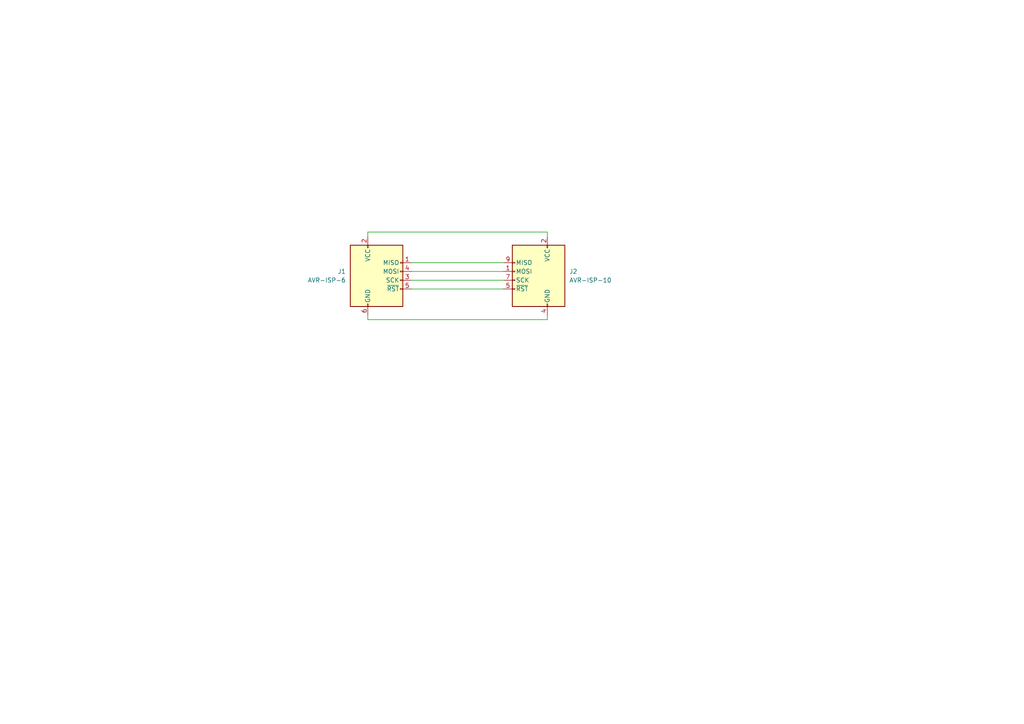
<source format=kicad_sch>
(kicad_sch (version 20211123) (generator eeschema)
  (paper "A4")
  (lib_symbols
    (symbol "Connector:AVR-ISP-10" (pin_names (offset 1.016))
      (property "Reference" "J" (at -6.35 11.43 0))
      (property "Value" "AVR-ISP-10" (at 0 11.43 0))
      (symbol "AVR-ISP-10_0_1"
        (rectangle (start -2.667 -6.858) (end -2.413 -7.62))
        (rectangle (start -2.667 10.16) (end -2.413 9.398))
        (rectangle (start 7.62 -2.413) (end 6.858 -2.667))
        (rectangle (start 7.62 0.127) (end 6.858 -0.127))
        (rectangle (start 7.62 2.667) (end 6.858 2.413))
        (rectangle (start 7.62 5.207) (end 6.858 4.953))
        (rectangle (start 7.62 10.16) (end -7.62 -7.62) (stroke (width 0.254)) (fill (type background)))
      )
      (symbol "AVR-ISP-10_1_1"
        (pin passive line (at 10.16 2.54 180) (length 2.54) (name "MOSI") (number "1"))
        (pin passive line (at -2.54 -10.16 90) (length 2.54) hide (name "GND") (number "10"))
        (pin passive line (at -2.54 12.7 270) (length 2.54) (name "VCC") (number "2"))
        (pin no_connect line (at 7.62 -5.08 180) (length 2.54) hide (name "NC") (number "3"))
        (pin passive line (at -2.54 -10.16 90) (length 2.54) (name "GND") (number "4"))
        (pin passive line (at 10.16 -2.54 180) (length 2.54) (name "~{RST}") (number "5"))
        (pin passive line (at -2.54 -10.16 90) (length 2.54) hide (name "GND") (number "6"))
        (pin passive line (at 10.16 0 180) (length 2.54) (name "SCK") (number "7"))
        (pin passive line (at -2.54 -10.16 90) (length 2.54) hide (name "GND") (number "8"))
        (pin passive line (at 10.16 5.08 180) (length 2.54) (name "MISO") (number "9"))
      )
    )
    (symbol "Connector:AVR-ISP-6" (pin_names (offset 1.016))
      (property "Reference" "J" (at -6.35 11.43 0))
      (property "Value" "AVR-ISP-6" (at 0 11.43 0))
      (symbol "AVR-ISP-6_0_1"
        (rectangle (start -2.667 -6.858) (end -2.413 -7.62))
        (rectangle (start -2.667 10.16) (end -2.413 9.398))
        (rectangle (start 7.62 -2.413) (end 6.858 -2.667))
        (rectangle (start 7.62 0.127) (end 6.858 -0.127))
        (rectangle (start 7.62 2.667) (end 6.858 2.413))
        (rectangle (start 7.62 5.207) (end 6.858 4.953))
        (rectangle (start 7.62 10.16) (end -7.62 -7.62) (stroke (width 0.254)) (fill (type background)))
      )
      (symbol "AVR-ISP-6_1_1"
        (pin passive line (at 10.16 5.08 180) (length 2.54) (name "MISO") (number "1"))
        (pin passive line (at -2.54 12.7 270) (length 2.54) (name "VCC") (number "2"))
        (pin passive line (at 10.16 0 180) (length 2.54) (name "SCK") (number "3"))
        (pin passive line (at 10.16 2.54 180) (length 2.54) (name "MOSI") (number "4"))
        (pin passive line (at 10.16 -2.54 180) (length 2.54) (name "~{RST}") (number "5"))
        (pin passive line (at -2.54 -10.16 90) (length 2.54) (name "GND") (number "6"))
      )
    )
  )
  (wire (pts (xy 158.75 67.31) (xy 158.75 68.58)))
  (wire (pts (xy 119.38 78.74) (xy 146.05 78.74)))
  (wire (pts (xy 106.68 92.71) (xy 106.68 91.44)))
  (wire (pts (xy 119.38 76.2) (xy 146.05 76.2)))
  (wire (pts (xy 158.75 92.71) (xy 106.68 92.71)))
  (wire (pts (xy 119.38 83.82) (xy 146.05 83.82)))
  (wire (pts (xy 119.38 81.28) (xy 146.05 81.28)))
  (wire (pts (xy 158.75 91.44) (xy 158.75 92.71)))
  (wire (pts (xy 106.68 68.58) (xy 106.68 67.31)))
  (wire (pts (xy 106.68 67.31) (xy 158.75 67.31)))
  (symbol (lib_id "Connector:AVR-ISP-6") (at 109.22 81.28 0) (unit 1)
    (property "Reference" "J1" (at 100.33 78.7399 0) (effects (justify right)))
    (property "Value" "AVR-ISP-6" (at 100.33 81.2799 0) (effects (justify right)))
    (property "Footprint" "Connector_PinHeader_2.54mm:PinHeader_2x03_P2.54mm_Vertical" (effects hide))
    (property "Datasheet" " ~" (effects hide))
  )
  (symbol (lib_id "Connector:AVR-ISP-10") (at 156.21 81.28 0) (mirror y) (unit 1)
    (property "Reference" "J2" (at 165.1 78.7399 0) (effects (justify right)))
    (property "Value" "AVR-ISP-10" (at 165.1 81.2799 0) (effects (justify right)))
    (property "Footprint" "Connector_PinHeader_2.54mm:PinHeader_2x05_P2.54mm_Vertical" (effects hide))
    (property "Datasheet" " ~" (effects hide))
  )
)
</source>
